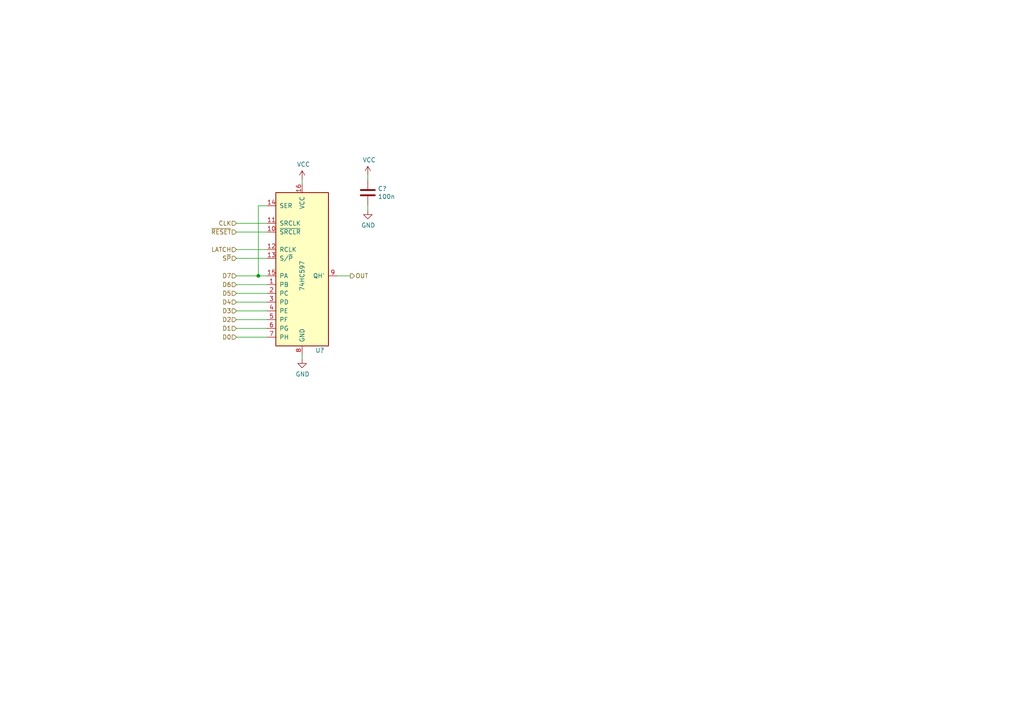
<source format=kicad_sch>
(kicad_sch (version 20211123) (generator eeschema)
  (paper "A4")
  (lib_symbols
    (symbol "Device:C" (pin_numbers hide) (pin_names (offset 0.254))
      (property "Reference" "C" (at 0.635 2.54 0))
      (property "Value" "C" (at 0.635 -2.54 0))
      (symbol "C_0_1"
        (polyline (pts (xy -2.032 -0.762) (xy 2.032 -0.762)) (stroke (width 0.508)))
        (polyline (pts (xy -2.032 0.762) (xy 2.032 0.762)) (stroke (width 0.508)))
      )
      (symbol "C_1_1"
        (pin passive line (at 0 3.81 270) (length 2.794) (name "~") (number "1"))
        (pin passive line (at 0 -3.81 90) (length 2.794) (name "~") (number "2"))
      )
    )
    (symbol "power:GND" (power) (pin_names (offset 0))
      (property "Value" "GND" (at 0 -3.81 0))
      (symbol "GND_0_1"
        (polyline (pts (xy 0 0) (xy 0 -1.27) (xy 1.27 -1.27) (xy 0 -2.54) (xy -1.27 -1.27) (xy 0 -1.27)))
      )
      (symbol "GND_1_1"
        (pin power_in line (at 0 0 270) (length 0) hide (name "GND") (number "1"))
      )
    )
    (symbol "power:VCC" (power) (pin_names (offset 0))
      (property "Value" "VCC" (at 0 3.81 0))
      (symbol "VCC_0_1"
        (polyline (pts (xy -0.762 1.27) (xy 0 2.54)))
        (polyline (pts (xy 0 0) (xy 0 2.54)))
        (polyline (pts (xy 0 2.54) (xy 0.762 1.27)))
      )
      (symbol "VCC_1_1"
        (pin power_in line (at 0 0 90) (length 0) hide (name "VCC") (number "1"))
      )
    )
    (symbol "riscv-serial:74HC597" (pin_names (offset 1.016))
      (property "Reference" "U" (at 5.08 -22.86 0))
      (property "Value" "74HC597" (at 0 0 90))
      (symbol "74HC597_0_1"
        (rectangle (start -7.62 24.13) (end 7.62 -20.32) (stroke (width 0.254)) (fill (type background)))
      )
      (symbol "74HC597_1_1"
        (pin input line (at -10.16 -2.54 0) (length 2.54) (name "PB") (number "1"))
        (pin input line (at -10.16 12.7 0) (length 2.54) (name "~{SRCLR}") (number "10"))
        (pin input line (at -10.16 15.24 0) (length 2.54) (name "SRCLK") (number "11"))
        (pin input line (at -10.16 7.62 0) (length 2.54) (name "RCLK") (number "12"))
        (pin input line (at -10.16 5.08 0) (length 2.54) (name "S/~{P}") (number "13"))
        (pin input line (at -10.16 20.32 0) (length 2.54) (name "SER") (number "14"))
        (pin input line (at -10.16 0 0) (length 2.54) (name "PA") (number "15"))
        (pin power_in line (at 0 26.67 270) (length 2.54) (name "VCC") (number "16"))
        (pin input line (at -10.16 -5.08 0) (length 2.54) (name "PC") (number "2"))
        (pin input line (at -10.16 -7.62 0) (length 2.54) (name "PD") (number "3"))
        (pin input line (at -10.16 -10.16 0) (length 2.54) (name "PE") (number "4"))
        (pin input line (at -10.16 -12.7 0) (length 2.54) (name "PF") (number "5"))
        (pin input line (at -10.16 -15.24 0) (length 2.54) (name "PG") (number "6"))
        (pin input line (at -10.16 -17.78 0) (length 2.54) (name "PH") (number "7"))
        (pin power_in line (at 0 -22.86 90) (length 2.54) (name "GND") (number "8"))
        (pin output line (at 10.16 0 180) (length 2.54) (name "QH'") (number "9"))
      )
    )
  )
  (junction (at 74.93 80.01))
  (wire (pts (xy 74.93 80.01) (xy 77.47 80.01)))
  (wire (pts (xy 77.47 64.77) (xy 68.58 64.77)))
  (wire (pts (xy 77.47 72.39) (xy 68.58 72.39)))
  (wire (pts (xy 68.58 95.25) (xy 77.47 95.25)))
  (wire (pts (xy 68.58 90.17) (xy 77.47 90.17)))
  (wire (pts (xy 87.63 102.87) (xy 87.63 104.14)))
  (wire (pts (xy 77.47 92.71) (xy 68.58 92.71)))
  (wire (pts (xy 106.68 50.8) (xy 106.68 52.07)))
  (wire (pts (xy 77.47 87.63) (xy 68.58 87.63)))
  (wire (pts (xy 87.63 52.07) (xy 87.63 53.34)))
  (wire (pts (xy 68.58 80.01) (xy 74.93 80.01)))
  (wire (pts (xy 77.47 59.69) (xy 74.93 59.69)))
  (wire (pts (xy 106.68 59.69) (xy 106.68 60.96)))
  (wire (pts (xy 68.58 85.09) (xy 77.47 85.09)))
  (wire (pts (xy 74.93 59.69) (xy 74.93 80.01)))
  (wire (pts (xy 68.58 67.31) (xy 77.47 67.31)))
  (wire (pts (xy 68.58 74.93) (xy 77.47 74.93)))
  (wire (pts (xy 77.47 97.79) (xy 68.58 97.79)))
  (wire (pts (xy 77.47 82.55) (xy 68.58 82.55)))
  (wire (pts (xy 101.6 80.01) (xy 97.79 80.01)))
  (hierarchical_label "D0" (shape input) (at 68.58 97.79 180))
  (hierarchical_label "~{RESET}" (shape input) (at 68.58 67.31 180))
  (hierarchical_label "D3" (shape input) (at 68.58 90.17 180))
  (hierarchical_label "LATCH" (shape input) (at 68.58 72.39 180))
  (hierarchical_label "D5" (shape input) (at 68.58 85.09 180))
  (hierarchical_label "S~{P}" (shape input) (at 68.58 74.93 180))
  (hierarchical_label "D6" (shape input) (at 68.58 82.55 180))
  (hierarchical_label "D1" (shape input) (at 68.58 95.25 180))
  (hierarchical_label "D4" (shape input) (at 68.58 87.63 180))
  (hierarchical_label "CLK" (shape input) (at 68.58 64.77 180))
  (hierarchical_label "D2" (shape input) (at 68.58 92.71 180))
  (hierarchical_label "D7" (shape input) (at 68.58 80.01 180))
  (hierarchical_label "OUT" (shape output) (at 101.6 80.01 0))
  (symbol (lib_id "power:GND") (at 87.63 104.14 0) (unit 1)
    (property "Reference" "#PWR?" (effects hide))
    (property "Value" "GND" (at 87.757 108.5342 0))
  )
  (symbol (lib_id "riscv-serial:74HC597") (at 87.63 80.01 0) (unit 1)
    (property "Reference" "U?" (at 91.44 101.6 0) (effects (justify left)))
    (property "Value" "74HC597" (at 87.63 80.01 90))
    (property "Footprint" "Package_SO:SOIC-16_3.9x9.9mm_P1.27mm" (effects hide))
  )
  (symbol (lib_id "power:VCC") (at 87.63 52.07 0) (unit 1)
    (property "Reference" "#PWR?" (effects hide))
    (property "Value" "VCC" (at 88.011 47.6758 0))
  )
  (symbol (lib_id "Device:C") (at 106.68 55.88 0) (unit 1)
    (property "Reference" "C?" (at 109.601 54.7116 0) (effects (justify left)))
    (property "Value" "100n" (at 109.601 57.023 0) (effects (justify left)))
    (property "Footprint" "Capacitor_SMD:C_0805_2012Metric_Pad1.18x1.45mm_HandSolder" (effects hide))
  )
  (symbol (lib_id "power:VCC") (at 106.68 50.8 0) (unit 1)
    (property "Reference" "#PWR?" (effects hide))
    (property "Value" "VCC" (at 107.061 46.4058 0))
  )
  (symbol (lib_id "power:GND") (at 106.68 60.96 0) (unit 1)
    (property "Reference" "#PWR?" (effects hide))
    (property "Value" "GND" (at 106.807 65.3542 0))
  )
)
</source>
